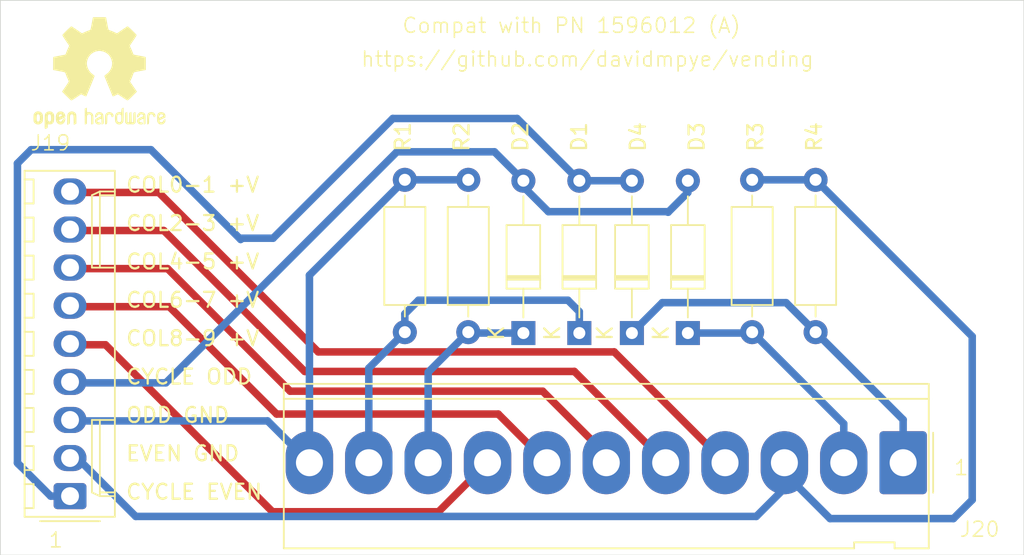
<source format=kicad_pcb>
(kicad_pcb (version 20221018) (generator pcbnew)
  (layers (0 "F.Cu" signal) (31 "B.Cu" signal) (34 "B.Paste" user) (35 "F.Paste" user) (36 "B.SilkS" user "B.Silkscreen") (37 "F.SilkS" user "F.Silkscreen") (38 "B.Mask" user) (39 "F.Mask" user) (44 "Edge.Cuts" user))
  (net 0 "")
  (net 1 "Net-(D1-K)")
  (net 2 "Net-(D1-A)")
  (net 3 "Net-(D2-K)")
  (net 4 "Net-(D2-A)")
  (net 5 "Net-(D3-K)")
  (net 6 "Net-(D4-K)")
  (net 7 "Net-(J1-Pin_3)")
  (net 8 "Net-(J1-Pin_2)")
  (net 9 "Net-(J1-Pin_6)")
  (net 10 "Net-(J1-Pin_7)")
  (net 11 "Net-(J1-Pin_8)")
  (net 12 "Net-(J1-Pin_9)")
  (net 13 "Net-(J1-Pin_5)")
  (footprint "Connector_Molex:Molex_KK-396_5273-11A_1x11_P3.96mm_Vertical" (layer "F.Cu") (at 110.417921 86.717902 180)
    (fp_text reference "J2" hide)
    (fp_text value "Tray_Conn")
    (pad "1" thru_hole roundrect (at 0 0 180) (size 3.16 4.2) (drill 1.8) (layers "*.Cu" "*.Mask") (roundrect_rratio 0.07911392405) (net 6 "Net-(D4-K)"))
    (pad "2" thru_hole oval (at 3.96 0 180) (size 3.16 4.2) (drill 1.8) (layers "*.Cu" "*.Mask") (net 5 "Net-(D3-K)"))
    (pad "3" thru_hole oval (at 7.92 0 180) (size 3.16 4.2) (drill 1.8) (layers "*.Cu" "*.Mask") (net 8 "Net-(J1-Pin_2)"))
    (pad "4" thru_hole oval (at 11.88 0 180) (size 3.16 4.2) (drill 1.8) (layers "*.Cu" "*.Mask") (net 12 "Net-(J1-Pin_9)"))
    (pad "5" thru_hole oval (at 15.84 0 180) (size 3.16 4.2) (drill 1.8) (layers "*.Cu" "*.Mask") (net 11 "Net-(J1-Pin_8)"))
    (pad "6" thru_hole oval (at 19.8 0 180) (size 3.16 4.2) (drill 1.8) (layers "*.Cu" "*.Mask") (net 10 "Net-(J1-Pin_7)"))
    (pad "7" thru_hole oval (at 23.76 0 180) (size 3.16 4.2) (drill 1.8) (layers "*.Cu" "*.Mask") (net 9 "Net-(J1-Pin_6)"))
    (pad "8" thru_hole oval (at 27.72 0 180) (size 3.16 4.2) (drill 1.8) (layers "*.Cu" "*.Mask") (net 13 "Net-(J1-Pin_5)"))
    (pad "9" thru_hole oval (at 31.68 0 180) (size 3.16 4.2) (drill 1.8) (layers "*.Cu" "*.Mask") (net 3 "Net-(D2-K)"))
    (pad "10" thru_hole oval (at 35.64 0 180) (size 3.16 4.2) (drill 1.8) (layers "*.Cu" "*.Mask") (net 1 "Net-(D1-K)"))
    (pad "11" thru_hole oval (at 39.6 0 180) (size 3.16 4.2) (drill 1.8) (layers "*.Cu" "*.Mask") (net 7 "Net-(J1-Pin_3)"))
  )
  (footprint "Resistor_THT:R_Axial_DIN0207_L6.3mm_D2.5mm_P10.16mm_Horizontal" (layer "F.Cu") (at 104.578778 67.849231 -90)
    (fp_text reference "R4" (at -2.862516 0.089401 -90) (layer "F.SilkS"))
    (fp_text value "R")
    (pad "1" thru_hole circle (at 0 0 270) (size 1.6 1.6) (drill 0.8) (layers "*.Cu" "*.Mask") (net 8 "Net-(J1-Pin_2)"))
    (pad "2" thru_hole oval (at 10.16 0 270) (size 1.6 1.6) (drill 0.8) (layers "*.Cu" "*.Mask") (net 6 "Net-(D4-K)"))
  )
  (footprint "MountingHole:MountingHole_4.3mm_M4_ISO7380" (layer "F.Cu") (at 69 63.667921)
    (fp_text reference "REF**" hide)
    (fp_text value "MountingHole_4.3mm_M4_ISO7380" hide)
    (pad "" np_thru_hole circle (at 0 0) (size 4.3 4.3) (drill 4.3) (layers "*.Cu" "*.Mask"))
  )
  (footprint "MountingHole:MountingHole_4.3mm_M4_ISO7380" (layer "F.Cu") (at 111.679187 63.667921)
    (fp_text reference "REF**" hide)
    (fp_text value "MountingHole_4.3mm_M4_ISO7380" hide)
    (pad "" np_thru_hole circle (at 0 0) (size 4.3 4.3) (drill 4.3) (layers "*.Cu" "*.Mask"))
  )
  (footprint "Resistor_THT:R_Axial_DIN0207_L6.3mm_D2.5mm_P10.16mm_Horizontal" (layer "F.Cu") (at 81.412297 67.849231 -90)
    (fp_text reference "R2" (at -2.862516 0.440964 -90) (layer "F.SilkS"))
    (fp_text value "R")
    (pad "1" thru_hole circle (at 0 0 270) (size 1.6 1.6) (drill 0.8) (layers "*.Cu" "*.Mask") (net 7 "Net-(J1-Pin_3)"))
    (pad "2" thru_hole oval (at 10.16 0 270) (size 1.6 1.6) (drill 0.8) (layers "*.Cu" "*.Mask") (net 3 "Net-(D2-K)"))
  )
  (footprint "Resistor_THT:R_Axial_DIN0207_L6.3mm_D2.5mm_P10.16mm_Horizontal" (layer "F.Cu") (at 100.346749 67.849231 -90)
    (fp_text reference "R3" (at -2.862516 -0.222949 -90) (layer "F.SilkS"))
    (fp_text value "R")
    (pad "1" thru_hole circle (at 0 0 270) (size 1.6 1.6) (drill 0.8) (layers "*.Cu" "*.Mask") (net 8 "Net-(J1-Pin_2)"))
    (pad "2" thru_hole oval (at 10.16 0 270) (size 1.6 1.6) (drill 0.8) (layers "*.Cu" "*.Mask") (net 5 "Net-(D3-K)"))
  )
  (footprint "Connector_Molex:Molex_KK-254_AE-6410-09A_1x09_P2.54mm_Vertical" (layer "F.Cu") (at 54.8502 88.94625 90)
    (fp_text reference "J1" hide)
    (fp_text value "Bus_conn" hide)
    (pad "1" thru_hole roundrect (at 0 0 90) (size 1.74 2.19) (drill 1.19) (layers "*.Cu" "*.Mask") (roundrect_rratio 0.1436781609) (net 2 "Net-(D1-A)"))
    (pad "2" thru_hole oval (at 2.54 0 90) (size 1.74 2.19) (drill 1.19) (layers "*.Cu" "*.Mask") (net 8 "Net-(J1-Pin_2)"))
    (pad "3" thru_hole oval (at 5.08 0 90) (size 1.74 2.19) (drill 1.19) (layers "*.Cu" "*.Mask") (net 7 "Net-(J1-Pin_3)"))
    (pad "4" thru_hole oval (at 7.62 0 90) (size 1.74 2.19) (drill 1.19) (layers "*.Cu" "*.Mask") (net 4 "Net-(D2-A)"))
    (pad "5" thru_hole oval (at 10.16 0 90) (size 1.74 2.19) (drill 1.19) (layers "*.Cu" "*.Mask") (net 13 "Net-(J1-Pin_5)"))
    (pad "6" thru_hole oval (at 12.7 0 90) (size 1.74 2.19) (drill 1.19) (layers "*.Cu" "*.Mask") (net 9 "Net-(J1-Pin_6)"))
    (pad "7" thru_hole oval (at 15.24 0 90) (size 1.74 2.19) (drill 1.19) (layers "*.Cu" "*.Mask") (net 10 "Net-(J1-Pin_7)"))
    (pad "8" thru_hole oval (at 17.78 0 90) (size 1.74 2.19) (drill 1.19) (layers "*.Cu" "*.Mask") (net 11 "Net-(J1-Pin_8)"))
    (pad "9" thru_hole oval (at 20.32 0 90) (size 1.74 2.19) (drill 1.19) (layers "*.Cu" "*.Mask") (net 12 "Net-(J1-Pin_9)"))
  )
  (footprint "Diode_THT:D_DO-35_SOD27_P10.16mm_Horizontal" (layer "F.Cu") (at 85.087483 78.06868 90)
    (fp_text reference "D2" (at 13.081965 -0.196477 90) (layer "F.SilkS"))
    (fp_text value "1N4148")
    (fp_text user "K" (at 0 -1.8 90) (layer "F.SilkS"))
    (pad "1" thru_hole rect (at 0 0 90) (size 1.6 1.6) (drill 0.8) (layers "*.Cu" "*.Mask") (net 3 "Net-(D2-K)"))
    (pad "2" thru_hole oval (at 10.16 0 90) (size 1.6 1.6) (drill 0.8) (layers "*.Cu" "*.Mask") (net 4 "Net-(D2-A)"))
  )
  (footprint "Resistor_THT:R_Axial_DIN0207_L6.3mm_D2.5mm_P10.16mm_Horizontal" (layer "F.Cu") (at 77.180268 67.849231 -90)
    (fp_text reference "R1" (at -2.862516 0.128608 -90) (layer "F.SilkS"))
    (fp_text value "R")
    (pad "1" thru_hole circle (at 0 0 270) (size 1.6 1.6) (drill 0.8) (layers "*.Cu" "*.Mask") (net 7 "Net-(J1-Pin_3)"))
    (pad "2" thru_hole oval (at 10.16 0 270) (size 1.6 1.6) (drill 0.8) (layers "*.Cu" "*.Mask") (net 1 "Net-(D1-K)"))
  )
  (footprint "Diode_THT:D_DO-35_SOD27_P10.16mm_Horizontal" (layer "F.Cu") (at 92.325848 78.06868 90)
    (fp_text reference "D4" (at 13.081965 0.404504 90) (layer "F.SilkS"))
    (fp_text value "1N4148")
    (fp_text user "K" (at 0 -1.8 90) (layer "F.SilkS"))
    (pad "1" thru_hole rect (at 0 0 90) (size 1.6 1.6) (drill 0.8) (layers "*.Cu" "*.Mask") (net 6 "Net-(D4-K)"))
    (pad "2" thru_hole oval (at 10.16 0 90) (size 1.6 1.6) (drill 0.8) (layers "*.Cu" "*.Mask") (net 2 "Net-(D1-A)"))
  )
  (footprint "Diode_THT:D_DO-35_SOD27_P10.16mm_Horizontal" (layer "F.Cu") (at 96.057877 78.06868 90)
    (fp_text reference "D3" (at 13.081965 0.592148 90) (layer "F.SilkS"))
    (fp_text value "1N4148")
    (fp_text user "K" (at 0 -1.8 90) (layer "F.SilkS"))
    (pad "1" thru_hole rect (at 0 0 90) (size 1.6 1.6) (drill 0.8) (layers "*.Cu" "*.Mask") (net 5 "Net-(D3-K)"))
    (pad "2" thru_hole oval (at 10.16 0 90) (size 1.6 1.6) (drill 0.8) (layers "*.Cu" "*.Mask") (net 4 "Net-(D2-A)"))
  )
  (footprint "Symbol:OSHW-Logo2_9.8x8mm_SilkScreen" (layer "F.Cu") (at 56.81449 60.716683)
    (fp_text reference "REF**" hide)
    (fp_text value "OSHW-Logo2_9.8x8mm_SilkScreen" hide)
  )
  (footprint "Diode_THT:D_DO-35_SOD27_P10.16mm_Horizontal" (layer "F.Cu") (at 88.819512 78.06868 90)
    (fp_text reference "D1" (at 13.081965 -0.008833 90) (layer "F.SilkS"))
    (fp_text value "1N4148")
    (fp_text user "K" (at 0 -1.8 90) (layer "F.SilkS"))
    (pad "1" thru_hole rect (at 0 0 90) (size 1.6 1.6) (drill 0.8) (layers "*.Cu" "*.Mask") (net 1 "Net-(D1-K)"))
    (pad "2" thru_hole oval (at 10.16 0 90) (size 1.6 1.6) (drill 0.8) (layers "*.Cu" "*.Mask") (net 2 "Net-(D1-A)"))
  )
  (gr_rect (start 50.203416 55.88) (end 118.47 92.88) (stroke (width 0.05)) (fill none) (layer "Edge.Cuts"))
  (gr_text "EVEN GND" (at 58.503556 86.688463) (layer "F.SilkS") (effects (font (size 1 1)) (justify left bottom)))
  (gr_text "COL8-9 +V" (at 58.503556 79.008712) (layer "F.SilkS") (effects (font (size 1 1)) (justify left bottom)))
  (gr_text "Compat with PN 1596012 (A)" (at 76.943954 58.138115) (layer "F.SilkS") (effects (font (size 1 1) (thickness 0.1)) (justify left bottom)))
  (gr_text "1" (at 53.363891 92.459684) (layer "F.SilkS") (effects (font (size 1 1) (thickness 0.1)) (justify left bottom)))
  (gr_text "https://github.com/davidmpye/vending" (at 74.199027 60.383964) (layer "F.SilkS") (effects (font (size 1 1) (thickness 0.1)) (justify left bottom)))
  (gr_text "CYCLE ODD" (at 58.503556 81.568629) (layer "F.SilkS") (effects (font (size 1 1)) (justify left bottom)))
  (gr_text "COL0-1 +V" (at 58.503556 68.769044) (layer "F.SilkS") (effects (font (size 1 1)) (justify left bottom)))
  (gr_text "COL4-5 +V" (at 58.503556 73.888878) (layer "F.SilkS") (effects (font (size 1 1)) (justify left bottom)))
  (gr_text "ODD GND" (at 58.503556 84.128546) (layer "F.SilkS") (effects (font (size 1 1)) (justify left bottom)))
  (gr_text "1" (at 113.752286 87.635267) (layer "F.SilkS") (effects (font (size 1 1) (thickness 0.1)) (justify left bottom)))
  (gr_text "J20" (at 114.125239 91.742676) (layer "F.SilkS") (effects (font (size 1 1) (thickness 0.1)) (justify left bottom)))
  (gr_text "J19" (at 52.142705 65.978324) (layer "F.SilkS") (effects (font (size 1 1) (thickness 0.1)) (justify left bottom)))
  (gr_text "COL2-3 +V" (at 58.503556 71.328961) (layer "F.SilkS") (effects (font (size 1 1)) (justify left bottom)))
  (gr_text "COL6-7 +V" (at 58.503556 76.448795) (layer "F.SilkS") (effects (font (size 1 1)) (justify left bottom)))
  (gr_text "CYCLE EVEN" (at 58.503556 89.248386) (layer "F.SilkS") (effects (font (size 1 1)) (justify left bottom)))
  (segment (start 88.819512 76.641802) (end 88.056191 75.878481) (width 0.5) (layer "B.Cu") (net 1))
  (segment (start 74.777921 86.717902) (end 74.777921 80.411578) (width 0.5) (layer "B.Cu") (net 1))
  (segment (start 77.180268 78.009231) (end 77.180268 76.792853) (width 0.5) (layer "B.Cu") (net 1))
  (segment (start 88.056191 75.878481) (end 78.094641 75.878481) (width 0.5) (layer "B.Cu") (net 1))
  (segment (start 74.777921 80.411578) (end 77.180268 78.009231) (width 0.5) (layer "B.Cu") (net 1))
  (segment (start 88.819512 78.06868) (end 88.819512 76.641802) (width 0.5) (layer "B.Cu") (net 1))
  (segment (start 77.180268 76.792853) (end 78.094641 75.878481) (width 0.5) (layer "B.Cu") (net 1))
  (segment (start 51.341684 66.753298) (end 52.25666 65.838322) (width 0.5) (layer "B.Cu") (net 2))
  (segment (start 51.634572 87.023166) (end 51.377947 86.785398) (width 0.5) (layer "B.Cu") (net 2))
  (segment (start 66.314013 71.744074) (end 68.393504 71.744074) (width 0.5) (layer "B.Cu") (net 2))
  (segment (start 88.819512 67.90868) (end 92.325848 67.90868) (width 0.5) (layer "B.Cu") (net 2))
  (segment (start 84.669663 63.758831) (end 88.819512 67.90868) (width 0.5) (layer "B.Cu") (net 2))
  (segment (start 52.25666 65.838322) (end 60.241903 65.838322) (width 0.5) (layer "B.Cu") (net 2))
  (segment (start 68.393504 71.744074) (end 76.378747 63.758831) (width 0.5) (layer "B.Cu") (net 2))
  (segment (start 66.230834 71.827253) (end 66.314013 71.744074) (width 0.5) (layer "B.Cu") (net 2))
  (segment (start 60.241903 65.838322) (end 66.230834 71.827253) (width 0.5) (layer "B.Cu") (net 2))
  (segment (start 54.8502 88.94625) (end 53.557656 88.94625) (width 0.5) (layer "B.Cu") (net 2))
  (segment (start 51.634572 87.023166) (end 51.341684 86.730278) (width 0.5) (layer "B.Cu") (net 2))
  (segment (start 53.557656 88.94625) (end 51.634572 87.023166) (width 0.5) (layer "B.Cu") (net 2))
  (segment (start 51.341684 86.730278) (end 51.341684 66.753298) (width 0.5) (layer "B.Cu") (net 2))
  (segment (start 76.378747 63.758831) (end 84.669663 63.758831) (width 0.5) (layer "B.Cu") (net 2))
  (segment (start 78.737921 80.683607) (end 78.737921 86.717902) (width 0.5) (layer "B.Cu") (net 3))
  (segment (start 81.412297 78.009231) (end 78.737921 80.683607) (width 0.5) (layer "B.Cu") (net 3))
  (segment (start 81.471746 78.06868) (end 81.412297 78.009231) (width 0.5) (layer "B.Cu") (net 3))
  (segment (start 85.087483 78.06868) (end 81.471746 78.06868) (width 0.5) (layer "B.Cu") (net 3))
  (segment (start 61.242213 81.390753) (end 54.914703 81.390753) (width 0.5) (layer "B.Cu") (net 4))
  (segment (start 94.739283 70.013345) (end 94.699169 69.973231) (width 0.5) (layer "B.Cu") (net 4))
  (segment (start 85.087483 68.304041) (end 86.756673 69.973231) (width 0.5) (layer "B.Cu") (net 4))
  (segment (start 96.057877 68.694751) (end 94.739283 70.013345) (width 0.5) (layer "B.Cu") (net 4))
  (segment (start 85.087483 67.90868) (end 85.087483 68.304041) (width 0.5) (layer "B.Cu") (net 4))
  (segment (start 96.057877 67.90868) (end 96.057877 68.694751) (width 0.5) (layer "B.Cu") (net 4))
  (segment (start 76.65139 65.981576) (end 61.242213 81.390753) (width 0.5) (layer "B.Cu") (net 4))
  (segment (start 54.914703 81.390753) (end 54.8502 81.32625) (width 0.5) (layer "B.Cu") (net 4))
  (segment (start 83.160379 65.981576) (end 76.65139 65.981576) (width 0.5) (layer "B.Cu") (net 4))
  (segment (start 85.087483 67.90868) (end 83.160379 65.981576) (width 0.5) (layer "B.Cu") (net 4))
  (segment (start 94.699169 69.973231) (end 86.756673 69.973231) (width 0.5) (layer "B.Cu") (net 4))
  (segment (start 100.2873 78.06868) (end 100.346749 78.009231) (width 0.5) (layer "B.Cu") (net 5))
  (segment (start 96.057877 78.06868) (end 100.2873 78.06868) (width 0.5) (layer "B.Cu") (net 5))
  (segment (start 106.457921 86.717902) (end 106.457921 84.120403) (width 0.5) (layer "B.Cu") (net 5))
  (segment (start 106.457921 84.120403) (end 100.346749 78.009231) (width 0.5) (layer "B.Cu") (net 5))
  (segment (start 110.417921 86.717902) (end 110.417921 83.848374) (width 0.5) (layer "B.Cu") (net 6))
  (segment (start 92.325848 78.06868) (end 94.351883 76.042645) (width 0.5) (layer "B.Cu") (net 6))
  (segment (start 110.417921 83.848374) (end 104.578778 78.009231) (width 0.5) (layer "B.Cu") (net 6))
  (segment (start 102.612192 76.042645) (end 104.578778 78.009231) (width 0.5) (layer "B.Cu") (net 6))
  (segment (start 94.351883 76.042645) (end 102.612192 76.042645) (width 0.5) (layer "B.Cu") (net 6))
  (segment (start 54.8502 83.86625) (end 54.914703 83.930753) (width 0.5) (layer "B.Cu") (net 7))
  (segment (start 81.412297 67.849231) (end 77.180268 67.849231) (width 0.5) (layer "B.Cu") (net 7))
  (segment (start 70.817921 86.717902) (end 70.817921 74.211578) (width 0.5) (layer "B.Cu") (net 7))
  (segment (start 54.914703 83.930753) (end 68.030772 83.930753) (width 0.5) (layer "B.Cu") (net 7))
  (segment (start 68.030772 83.930753) (end 70.817921 86.717902) (width 0.5) (layer "B.Cu") (net 7))
  (segment (start 70.817921 74.211578) (end 77.180268 67.849231) (width 0.5) (layer "B.Cu") (net 7))
  (segment (start 102.497921 86.717902) (end 102.497921 88.425428) (width 0.5) (layer "B.Cu") (net 8))
  (segment (start 115.025686 78.296139) (end 104.578778 67.849231) (width 0.5) (layer "B.Cu") (net 8))
  (segment (start 102.497921 86.717902) (end 102.497921 87.399562) (width 0.5) (layer "B.Cu") (net 8))
  (segment (start 54.8502 86.40625) (end 55.3368 86.40625) (width 0.5) (layer "B.Cu") (net 8))
  (segment (start 102.497921 88.425428) (end 100.623291 90.300058) (width 0.5) (layer "B.Cu") (net 8))
  (segment (start 100.346749 67.849231) (end 104.578778 67.849231) (width 0.5) (layer "B.Cu") (net 8))
  (segment (start 102.497921 87.399562) (end 105.542826 90.444467) (width 0.5) (layer "B.Cu") (net 8))
  (segment (start 59.230608 90.300058) (end 100.623291 90.300058) (width 0.5) (layer "B.Cu") (net 8))
  (segment (start 115.025686 89.192922) (end 115.025686 78.296139) (width 0.5) (layer "B.Cu") (net 8))
  (segment (start 105.542826 90.444467) (end 113.774141 90.444467) (width 0.5) (layer "B.Cu") (net 8))
  (segment (start 55.3368 86.40625) (end 59.230608 90.300058) (width 0.5) (layer "B.Cu") (net 8))
  (segment (start 113.774141 90.444467) (end 115.025686 89.192922) (width 0.5) (layer "B.Cu") (net 8))
  (segment (start 83.412034 83.472015) (end 86.657921 86.717902) (width 0.5) (layer "F.Cu") (net 9))
  (segment (start 61.468303 76.310753) (end 68.629565 83.472015) (width 0.5) (layer "F.Cu") (net 9))
  (segment (start 54.8502 76.24625) (end 54.914703 76.310753) (width 0.5) (layer "F.Cu") (net 9))
  (segment (start 54.914703 76.310753) (end 61.468303 76.310753) (width 0.5) (layer "F.Cu") (net 9))
  (segment (start 68.629565 83.472015) (end 83.412034 83.472015) (width 0.5) (layer "F.Cu") (net 9))
  (segment (start 69.530677 81.947055) (end 61.354375 73.770753) (width 0.5) (layer "F.Cu") (net 10))
  (segment (start 61.354375 73.770753) (end 54.914703 73.770753) (width 0.5) (layer "F.Cu") (net 10))
  (segment (start 86.374548 81.947055) (end 69.530677 81.947055) (width 0.5) (layer "F.Cu") (net 10))
  (segment (start 90.617921 86.190428) (end 86.374548 81.947055) (width 0.5) (layer "F.Cu") (net 10))
  (segment (start 90.617921 86.717902) (end 90.617921 86.190428) (width 0.5) (layer "F.Cu") (net 10))
  (segment (start 54.914703 73.770753) (end 54.8502 73.70625) (width 0.5) (layer "F.Cu") (net 10))
  (segment (start 70.501107 80.630045) (end 88.490064 80.630045) (width 0.5) (layer "F.Cu") (net 11))
  (segment (start 61.101815 71.230753) (end 70.501107 80.630045) (width 0.5) (layer "F.Cu") (net 11))
  (segment (start 54.914703 71.230753) (end 61.101815 71.230753) (width 0.5) (layer "F.Cu") (net 11))
  (segment (start 88.490064 80.630045) (end 94.577921 86.717902) (width 0.5) (layer "F.Cu") (net 11))
  (segment (start 54.8502 71.16625) (end 54.914703 71.230753) (width 0.5) (layer "F.Cu") (net 11))
  (segment (start 91.146917 79.326898) (end 98.537921 86.717902) (width 0.5) (layer "F.Cu") (net 12))
  (segment (start 54.8502 68.62625) (end 54.914703 68.690753) (width 0.5) (layer "F.Cu") (net 12))
  (segment (start 71.402219 79.326898) (end 91.146917 79.326898) (width 0.5) (layer "F.Cu") (net 12))
  (segment (start 54.914703 68.690753) (end 60.766074 68.690753) (width 0.5) (layer "F.Cu") (net 12))
  (segment (start 60.766074 68.690753) (end 71.402219 79.326898) (width 0.5) (layer "F.Cu") (net 12))
  (segment (start 68.3523 89.987751) (end 57.215302 78.850753) (width 0.5) (layer "F.Cu") (net 13))
  (segment (start 54.914703 78.850753) (end 54.8502 78.78625) (width 0.5) (layer "F.Cu") (net 13))
  (segment (start 82.697921 86.717902) (end 79.428072 89.987751) (width 0.5) (layer "F.Cu") (net 13))
  (segment (start 79.428072 89.987751) (end 68.3523 89.987751) (width 0.5) (layer "F.Cu") (net 13))
  (segment (start 57.215302 78.850753) (end 54.914703 78.850753) (width 0.5) (layer "F.Cu") (net 13))
)
</source>
